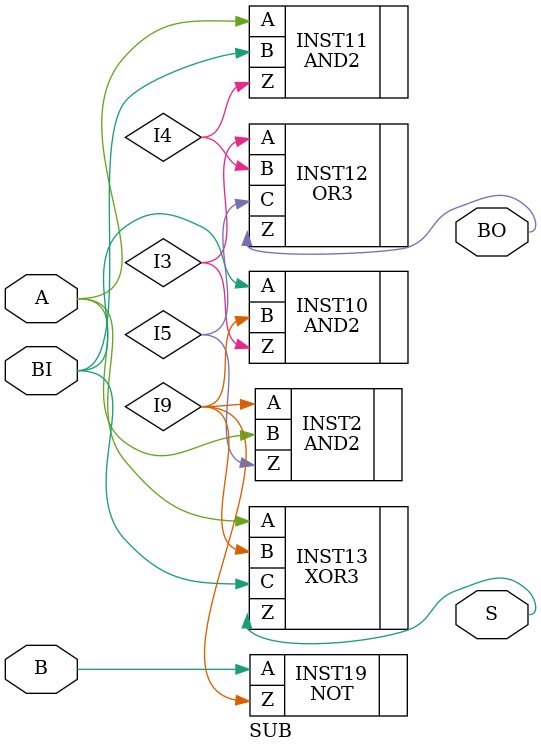
<source format=v>
`resetall
`timescale 1 ns / 100 ps

/* Created by DB2VERILOG Version 1.0.1.1 on Fri May 13 15:00:56 1994 */
/* module compiled from "lsl2db 3.6.4" run */

`celldefine
module SUB (A, B, BI, BO, S);
input  A, B, BI;
output BO, S;
AND2 INST10 (.A(BI), .B(I9), .Z(I3));
AND2 INST11 (.A(A), .B(BI), .Z(I4));
OR3 INST12 (.A(I3), .B(I4), .C(I5), .Z(BO));
XOR3 INST13 (.A(A), .B(I9), .C(BI), .Z(S));
NOT INST19 (.A(B), .Z(I9));
AND2 INST2 (.A(I9), .B(A), .Z(I5));

endmodule
`endcelldefine

</source>
